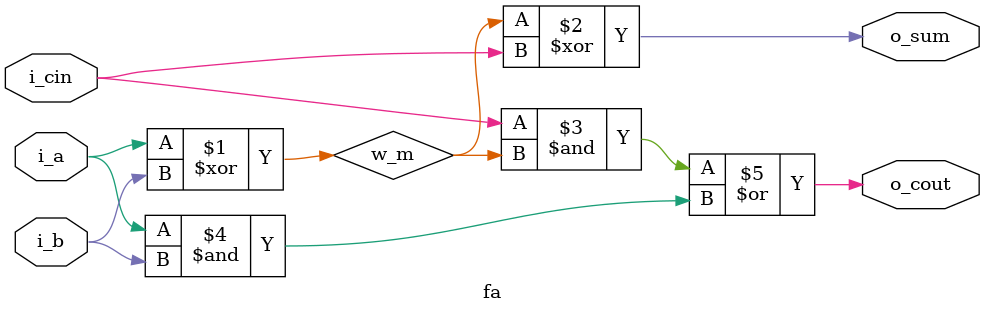
<source format=v>
module fa (
    input   wire        i_a,
    input   wire        i_b,
    input   wire        i_cin,
    output  wire        o_sum,
    output  wire        o_cout
);

/*
    0 0 0   0 0
    0 0 1   1 0
    0 1 0   1 0
    0 1 1   0 1
    1 0 0   1 0
    1 0 1   0 1
    1 1 0   0 1
    1 1 1   1 1
*/
wire w_m;
assign w_m = i_a ^ i_b; // 
assign o_sum = w_m ^ i_cin;
assign o_cout = (i_cin & w_m) | (i_a & i_b);

endmodule
</source>
